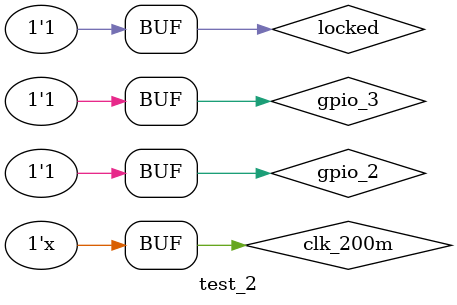
<source format=v>
`timescale 1ns / 1ps


module test_2( );
   reg  clk_200m;        
   reg  locked;          
   reg  gpio_3;          
   reg  gpio_2;          
   wire FPGA_nRESET;     
   wire init_en;         
   wire FPGA_EN;         
 
   wire [19:0]cnt_1ms;   
   wire [15:0]cnt_6200ms;
   
   init_FPGA  ttt(
       .clk_200m(clk_200m),        
       .locked(locked),        
       .gpio_3(gpio_3),        
       .gpio_2(gpio_2),        
       .FPGA_nRESET(FPGA_nRESET),     
       .init_en(init_en),         
       .FPGA_EN(FPGA_EN),         
                     
       .cnt_1ms(cnt_1ms),  
       .cnt_6200ms(cnt_6200ms)
   );
   
   initial 
     begin 
       clk_200m = 0;
       locked = 0;
       gpio_3 = 0;
       gpio_2 = 0;
       #100;
      locked = 1;
       #100;
       gpio_3 = 1;
       gpio_2 = 1;
       #30000000;
       gpio_3 = 0;
       gpio_2 = 0;
       #1000;
       gpio_3 = 1;
       gpio_2 = 1;      
       end
     
     always #10 clk_200m = ~clk_200m;  
       
endmodule

</source>
